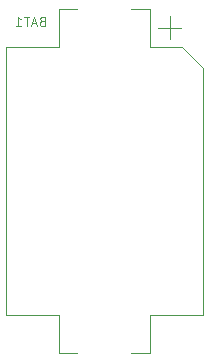
<source format=gbr>
G04 #@! TF.GenerationSoftware,KiCad,Pcbnew,5.1.5*
G04 #@! TF.CreationDate,2020-01-26T11:39:47+01:00*
G04 #@! TF.ProjectId,LORA_ATTINY84,4c4f5241-5f41-4545-9449-4e5938342e6b,rev?*
G04 #@! TF.SameCoordinates,Original*
G04 #@! TF.FileFunction,Legend,Bot*
G04 #@! TF.FilePolarity,Positive*
%FSLAX46Y46*%
G04 Gerber Fmt 4.6, Leading zero omitted, Abs format (unit mm)*
G04 Created by KiCad (PCBNEW 5.1.5) date 2020-01-26 11:39:47*
%MOMM*%
%LPD*%
G04 APERTURE LIST*
%ADD10C,0.120000*%
%ADD11C,0.100000*%
G04 APERTURE END LIST*
D10*
X82610960Y-50905160D02*
X82610960Y-48905160D01*
X81591400Y-49916080D02*
X83591400Y-49916080D01*
X68713600Y-74240400D02*
X73213600Y-74240400D01*
X68713600Y-51540400D02*
X73213600Y-51540400D01*
X68713600Y-51540400D02*
X68713600Y-74240400D01*
X73213600Y-77440400D02*
X74763600Y-77440400D01*
X73213600Y-74240400D02*
X73213600Y-77440400D01*
X73213600Y-48340400D02*
X74763600Y-48340400D01*
X73213600Y-51540400D02*
X73213600Y-48340400D01*
X80913600Y-48340400D02*
X79363600Y-48340400D01*
X80913600Y-51540400D02*
X80913600Y-48340400D01*
X85413600Y-53340400D02*
X83613600Y-51540400D01*
X83613600Y-51540400D02*
X80913600Y-51540400D01*
X85413600Y-74240400D02*
X85413600Y-53340400D01*
X85413600Y-74240400D02*
X80913600Y-74240400D01*
X80913600Y-77440400D02*
X79363600Y-77440400D01*
X80913600Y-74240400D02*
X80913600Y-77440400D01*
D11*
X71812028Y-49371257D02*
X71697742Y-49409352D01*
X71659647Y-49447447D01*
X71621552Y-49523638D01*
X71621552Y-49637923D01*
X71659647Y-49714114D01*
X71697742Y-49752209D01*
X71773933Y-49790304D01*
X72078695Y-49790304D01*
X72078695Y-48990304D01*
X71812028Y-48990304D01*
X71735838Y-49028400D01*
X71697742Y-49066495D01*
X71659647Y-49142685D01*
X71659647Y-49218876D01*
X71697742Y-49295066D01*
X71735838Y-49333161D01*
X71812028Y-49371257D01*
X72078695Y-49371257D01*
X71316790Y-49561733D02*
X70935838Y-49561733D01*
X71392980Y-49790304D02*
X71126314Y-48990304D01*
X70859647Y-49790304D01*
X70707266Y-48990304D02*
X70250123Y-48990304D01*
X70478695Y-49790304D02*
X70478695Y-48990304D01*
X69564409Y-49790304D02*
X70021552Y-49790304D01*
X69792980Y-49790304D02*
X69792980Y-48990304D01*
X69869171Y-49104590D01*
X69945361Y-49180780D01*
X70021552Y-49218876D01*
M02*

</source>
